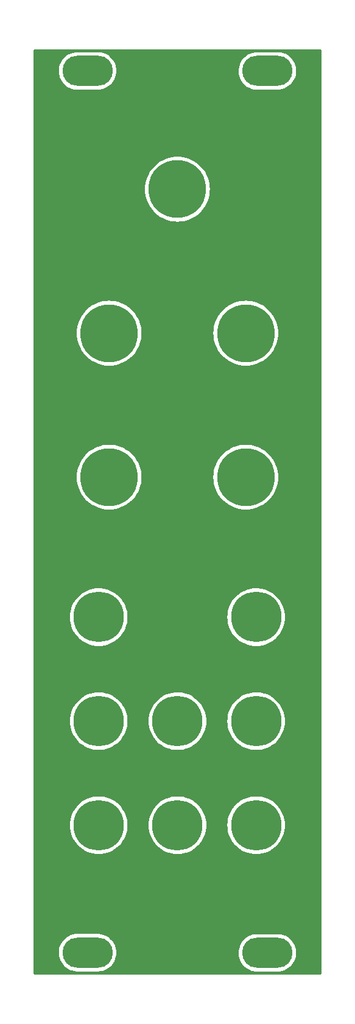
<source format=gbr>
%TF.GenerationSoftware,KiCad,Pcbnew,7.0.10*%
%TF.CreationDate,2024-02-20T22:02:21-06:00*%
%TF.ProjectId,3340_VCO,33333430-5f56-4434-9f2e-6b696361645f,rev?*%
%TF.SameCoordinates,Original*%
%TF.FileFunction,Copper,L1,Top*%
%TF.FilePolarity,Positive*%
%FSLAX46Y46*%
G04 Gerber Fmt 4.6, Leading zero omitted, Abs format (unit mm)*
G04 Created by KiCad (PCBNEW 7.0.10) date 2024-02-20 22:02:21*
%MOMM*%
%LPD*%
G01*
G04 APERTURE LIST*
%TA.AperFunction,WasherPad*%
%ADD10C,7.000000*%
%TD*%
%TA.AperFunction,WasherPad*%
%ADD11C,8.000000*%
%TD*%
%TA.AperFunction,ComponentPad*%
%ADD12O,7.000000X4.200000*%
%TD*%
G04 APERTURE END LIST*
D10*
%TO.P,REF\u002A\u002A,*%
%TO.N,*%
X85060000Y-131384000D03*
%TD*%
D11*
%TO.P,REF\u002A\u002A,*%
%TO.N,*%
X64610000Y-83039000D03*
%TD*%
%TO.P,REF\u002A\u002A,*%
%TO.N,*%
X83610000Y-83039000D03*
%TD*%
D10*
%TO.P,REF\u002A\u002A,*%
%TO.N,*%
X63160000Y-116934000D03*
%TD*%
%TO.P,REF\u002A\u002A,*%
%TO.N,*%
X74110000Y-131384000D03*
%TD*%
%TO.P,REF\u002A\u002A,*%
%TO.N,*%
X63160000Y-102484000D03*
%TD*%
%TO.P,REF\u002A\u002A,*%
%TO.N,*%
X63160000Y-131384000D03*
%TD*%
%TO.P,REF\u002A\u002A,*%
%TO.N,*%
X85060000Y-102484000D03*
%TD*%
D12*
%TO.P,REF\u002A\u002A,*%
%TO.N,*%
X61610000Y-26614000D03*
X61610000Y-149090000D03*
X86615000Y-26614000D03*
X86615000Y-149114000D03*
%TD*%
D11*
%TO.P,REF\u002A\u002A,*%
%TO.N,*%
X83610000Y-63039000D03*
%TD*%
%TO.P,REF\u002A\u002A,*%
%TO.N,*%
X64610000Y-63039000D03*
%TD*%
%TO.P,REF\u002A\u002A,*%
%TO.N,*%
X74110000Y-43039000D03*
%TD*%
D10*
%TO.P,REF\u002A\u002A,*%
%TO.N,*%
X74110000Y-116934000D03*
%TD*%
%TO.P,REF\u002A\u002A,*%
%TO.N,*%
X85060000Y-116934000D03*
%TD*%
%TA.AperFunction,NonConductor*%
G36*
X94052539Y-23634185D02*
G01*
X94098294Y-23686989D01*
X94109500Y-23738500D01*
X94109500Y-151989500D01*
X94089815Y-152056539D01*
X94037011Y-152102294D01*
X93985500Y-152113500D01*
X54234500Y-152113500D01*
X54167461Y-152093815D01*
X54121706Y-152041011D01*
X54110500Y-151989500D01*
X54110500Y-149170236D01*
X57605793Y-149170236D01*
X57635391Y-149489651D01*
X57635392Y-149489657D01*
X57704018Y-149803013D01*
X57786333Y-150036603D01*
X57810634Y-150105564D01*
X57953621Y-150392721D01*
X58130812Y-150660130D01*
X58339522Y-150903737D01*
X58576586Y-151119849D01*
X58576589Y-151119851D01*
X58838405Y-151305187D01*
X58838415Y-151305193D01*
X59121016Y-151456948D01*
X59121022Y-151456950D01*
X59121029Y-151456954D01*
X59282490Y-151519504D01*
X59420144Y-151572832D01*
X59420147Y-151572832D01*
X59420153Y-151572835D01*
X59731251Y-151651079D01*
X59850634Y-151665861D01*
X60049602Y-151690500D01*
X60049607Y-151690500D01*
X63090112Y-151690500D01*
X63090126Y-151690500D01*
X63330178Y-151675694D01*
X63645503Y-151616750D01*
X63951194Y-151519502D01*
X64242618Y-151385426D01*
X64515356Y-151216554D01*
X64765275Y-151015445D01*
X64988585Y-150785148D01*
X65181903Y-150529155D01*
X65342296Y-150251345D01*
X65467334Y-149955931D01*
X65555122Y-149647390D01*
X65604328Y-149330400D01*
X65608523Y-149194236D01*
X82610793Y-149194236D01*
X82640391Y-149513651D01*
X82640392Y-149513657D01*
X82709018Y-149827013D01*
X82754448Y-149955931D01*
X82815634Y-150129564D01*
X82958621Y-150416721D01*
X83135812Y-150684130D01*
X83344522Y-150927737D01*
X83526674Y-151093790D01*
X83555252Y-151119843D01*
X83581586Y-151143849D01*
X83581589Y-151143851D01*
X83843405Y-151329187D01*
X83843415Y-151329193D01*
X84126016Y-151480948D01*
X84126022Y-151480950D01*
X84126029Y-151480954D01*
X84287490Y-151543504D01*
X84425144Y-151596832D01*
X84425147Y-151596832D01*
X84425153Y-151596835D01*
X84736251Y-151675079D01*
X84855634Y-151689861D01*
X85054602Y-151714500D01*
X85054607Y-151714500D01*
X88095112Y-151714500D01*
X88095126Y-151714500D01*
X88335178Y-151699694D01*
X88650503Y-151640750D01*
X88956194Y-151543502D01*
X89247618Y-151409426D01*
X89520356Y-151240554D01*
X89770275Y-151039445D01*
X89993585Y-150809148D01*
X90186903Y-150553155D01*
X90347296Y-150275345D01*
X90472334Y-149979931D01*
X90560122Y-149671390D01*
X90609328Y-149354400D01*
X90619206Y-149033765D01*
X90589608Y-148714347D01*
X90555063Y-148556610D01*
X90520981Y-148400986D01*
X90491974Y-148318671D01*
X90414366Y-148098436D01*
X90271379Y-147811279D01*
X90094188Y-147543870D01*
X89885478Y-147300263D01*
X89716049Y-147145808D01*
X89648420Y-147084156D01*
X89648410Y-147084148D01*
X89386594Y-146898812D01*
X89386584Y-146898806D01*
X89103983Y-146747051D01*
X89103973Y-146747047D01*
X89103971Y-146747046D01*
X89035805Y-146720638D01*
X88804855Y-146631167D01*
X88804851Y-146631166D01*
X88493745Y-146552920D01*
X88175398Y-146513500D01*
X88175393Y-146513500D01*
X85134874Y-146513500D01*
X85082156Y-146516751D01*
X84894824Y-146528305D01*
X84579499Y-146587249D01*
X84579497Y-146587250D01*
X84273814Y-146684495D01*
X84273810Y-146684496D01*
X84273806Y-146684498D01*
X84099928Y-146764494D01*
X83982381Y-146818574D01*
X83709656Y-146987437D01*
X83709636Y-146987451D01*
X83459728Y-147188551D01*
X83236413Y-147418853D01*
X83043095Y-147674847D01*
X82882701Y-147952660D01*
X82757668Y-148248062D01*
X82757660Y-148248086D01*
X82669879Y-148556602D01*
X82669878Y-148556607D01*
X82620672Y-148873592D01*
X82620671Y-148873603D01*
X82610793Y-149194236D01*
X65608523Y-149194236D01*
X65614206Y-149009765D01*
X65584608Y-148690347D01*
X65555319Y-148556610D01*
X65515981Y-148376986D01*
X65470552Y-148248069D01*
X65409366Y-148074436D01*
X65266379Y-147787279D01*
X65089188Y-147519870D01*
X64880478Y-147276263D01*
X64711049Y-147121808D01*
X64643420Y-147060156D01*
X64643410Y-147060148D01*
X64381594Y-146874812D01*
X64381584Y-146874806D01*
X64098983Y-146723051D01*
X64098973Y-146723047D01*
X64098971Y-146723046D01*
X63999467Y-146684498D01*
X63799855Y-146607167D01*
X63799851Y-146607166D01*
X63488745Y-146528920D01*
X63170398Y-146489500D01*
X63170393Y-146489500D01*
X60129874Y-146489500D01*
X60077156Y-146492751D01*
X59889824Y-146504305D01*
X59574499Y-146563249D01*
X59574497Y-146563250D01*
X59268814Y-146660495D01*
X59268810Y-146660496D01*
X59268806Y-146660498D01*
X59094928Y-146740494D01*
X58977381Y-146794574D01*
X58704656Y-146963437D01*
X58704636Y-146963451D01*
X58454728Y-147164551D01*
X58231413Y-147394853D01*
X58038095Y-147650847D01*
X57877701Y-147928660D01*
X57752668Y-148224062D01*
X57752660Y-148224086D01*
X57664879Y-148532602D01*
X57664878Y-148532607D01*
X57615672Y-148849592D01*
X57615671Y-148849603D01*
X57605793Y-149170236D01*
X54110500Y-149170236D01*
X54110500Y-131384000D01*
X59154675Y-131384000D01*
X59173962Y-131776591D01*
X59173962Y-131776597D01*
X59173963Y-131776599D01*
X59231637Y-132165406D01*
X59327143Y-132546684D01*
X59459561Y-132916770D01*
X59459562Y-132916772D01*
X59627620Y-133272100D01*
X59829692Y-133609236D01*
X60063846Y-133924956D01*
X60327807Y-134216192D01*
X60619043Y-134480153D01*
X60619049Y-134480158D01*
X60934761Y-134714306D01*
X60934763Y-134714307D01*
X61271899Y-134916379D01*
X61271902Y-134916380D01*
X61271903Y-134916381D01*
X61627228Y-135084438D01*
X61997316Y-135216857D01*
X62378600Y-135312364D01*
X62767409Y-135370038D01*
X63160000Y-135389325D01*
X63552591Y-135370038D01*
X63941400Y-135312364D01*
X64322684Y-135216857D01*
X64692772Y-135084438D01*
X65048097Y-134916381D01*
X65385239Y-134714306D01*
X65700951Y-134480158D01*
X65992192Y-134216192D01*
X66256158Y-133924951D01*
X66490306Y-133609239D01*
X66692381Y-133272097D01*
X66860438Y-132916772D01*
X66992857Y-132546684D01*
X67088364Y-132165400D01*
X67146038Y-131776591D01*
X67165325Y-131384000D01*
X70104675Y-131384000D01*
X70123962Y-131776591D01*
X70123962Y-131776597D01*
X70123963Y-131776599D01*
X70181637Y-132165406D01*
X70277143Y-132546684D01*
X70409561Y-132916770D01*
X70409562Y-132916772D01*
X70577620Y-133272100D01*
X70779692Y-133609236D01*
X71013846Y-133924956D01*
X71277807Y-134216192D01*
X71569043Y-134480153D01*
X71569049Y-134480158D01*
X71884761Y-134714306D01*
X71884763Y-134714307D01*
X72221899Y-134916379D01*
X72221902Y-134916380D01*
X72221903Y-134916381D01*
X72577228Y-135084438D01*
X72947316Y-135216857D01*
X73328600Y-135312364D01*
X73717409Y-135370038D01*
X74110000Y-135389325D01*
X74502591Y-135370038D01*
X74891400Y-135312364D01*
X75272684Y-135216857D01*
X75642772Y-135084438D01*
X75998097Y-134916381D01*
X76335239Y-134714306D01*
X76650951Y-134480158D01*
X76942192Y-134216192D01*
X77206158Y-133924951D01*
X77440306Y-133609239D01*
X77642381Y-133272097D01*
X77810438Y-132916772D01*
X77942857Y-132546684D01*
X78038364Y-132165400D01*
X78096038Y-131776591D01*
X78115325Y-131384000D01*
X81054675Y-131384000D01*
X81073962Y-131776591D01*
X81073962Y-131776597D01*
X81073963Y-131776599D01*
X81131637Y-132165406D01*
X81227143Y-132546684D01*
X81359561Y-132916770D01*
X81359562Y-132916772D01*
X81527620Y-133272100D01*
X81729692Y-133609236D01*
X81963846Y-133924956D01*
X82227807Y-134216192D01*
X82519043Y-134480153D01*
X82519049Y-134480158D01*
X82834761Y-134714306D01*
X82834763Y-134714307D01*
X83171899Y-134916379D01*
X83171902Y-134916380D01*
X83171903Y-134916381D01*
X83527228Y-135084438D01*
X83897316Y-135216857D01*
X84278600Y-135312364D01*
X84667409Y-135370038D01*
X85060000Y-135389325D01*
X85452591Y-135370038D01*
X85841400Y-135312364D01*
X86222684Y-135216857D01*
X86592772Y-135084438D01*
X86948097Y-134916381D01*
X87285239Y-134714306D01*
X87600951Y-134480158D01*
X87892192Y-134216192D01*
X88156158Y-133924951D01*
X88390306Y-133609239D01*
X88592381Y-133272097D01*
X88760438Y-132916772D01*
X88892857Y-132546684D01*
X88988364Y-132165400D01*
X89046038Y-131776591D01*
X89065325Y-131384000D01*
X89046038Y-130991409D01*
X88988364Y-130602600D01*
X88892857Y-130221316D01*
X88760438Y-129851228D01*
X88592381Y-129495903D01*
X88390306Y-129158761D01*
X88156158Y-128843049D01*
X88156153Y-128843043D01*
X87892192Y-128551807D01*
X87600956Y-128287846D01*
X87285236Y-128053692D01*
X86948100Y-127851620D01*
X86592772Y-127683562D01*
X86592770Y-127683561D01*
X86222684Y-127551143D01*
X85841406Y-127455637D01*
X85841401Y-127455636D01*
X85841400Y-127455636D01*
X85697256Y-127434254D01*
X85452599Y-127397963D01*
X85452597Y-127397962D01*
X85452591Y-127397962D01*
X85060000Y-127378675D01*
X84667409Y-127397962D01*
X84667403Y-127397962D01*
X84667400Y-127397963D01*
X84278593Y-127455637D01*
X83897315Y-127551143D01*
X83527229Y-127683561D01*
X83527227Y-127683562D01*
X83171899Y-127851620D01*
X82834763Y-128053692D01*
X82519043Y-128287846D01*
X82227807Y-128551807D01*
X81963846Y-128843043D01*
X81729692Y-129158763D01*
X81527620Y-129495899D01*
X81359562Y-129851227D01*
X81359561Y-129851229D01*
X81227143Y-130221315D01*
X81131637Y-130602593D01*
X81131636Y-130602600D01*
X81073962Y-130991409D01*
X81054675Y-131384000D01*
X78115325Y-131384000D01*
X78096038Y-130991409D01*
X78038364Y-130602600D01*
X77942857Y-130221316D01*
X77810438Y-129851228D01*
X77642381Y-129495903D01*
X77440306Y-129158761D01*
X77206158Y-128843049D01*
X77206153Y-128843043D01*
X76942192Y-128551807D01*
X76650956Y-128287846D01*
X76335236Y-128053692D01*
X75998100Y-127851620D01*
X75642772Y-127683562D01*
X75642770Y-127683561D01*
X75272684Y-127551143D01*
X74891406Y-127455637D01*
X74891401Y-127455636D01*
X74891400Y-127455636D01*
X74747256Y-127434254D01*
X74502599Y-127397963D01*
X74502597Y-127397962D01*
X74502591Y-127397962D01*
X74110000Y-127378675D01*
X73717409Y-127397962D01*
X73717403Y-127397962D01*
X73717400Y-127397963D01*
X73328593Y-127455637D01*
X72947315Y-127551143D01*
X72577229Y-127683561D01*
X72577227Y-127683562D01*
X72221899Y-127851620D01*
X71884763Y-128053692D01*
X71569043Y-128287846D01*
X71277807Y-128551807D01*
X71013846Y-128843043D01*
X70779692Y-129158763D01*
X70577620Y-129495899D01*
X70409562Y-129851227D01*
X70409561Y-129851229D01*
X70277143Y-130221315D01*
X70181637Y-130602593D01*
X70181636Y-130602600D01*
X70123962Y-130991409D01*
X70104675Y-131384000D01*
X67165325Y-131384000D01*
X67146038Y-130991409D01*
X67088364Y-130602600D01*
X66992857Y-130221316D01*
X66860438Y-129851228D01*
X66692381Y-129495903D01*
X66490306Y-129158761D01*
X66256158Y-128843049D01*
X66256153Y-128843043D01*
X65992192Y-128551807D01*
X65700956Y-128287846D01*
X65385236Y-128053692D01*
X65048100Y-127851620D01*
X64692772Y-127683562D01*
X64692770Y-127683561D01*
X64322684Y-127551143D01*
X63941406Y-127455637D01*
X63941401Y-127455636D01*
X63941400Y-127455636D01*
X63797256Y-127434254D01*
X63552599Y-127397963D01*
X63552597Y-127397962D01*
X63552591Y-127397962D01*
X63160000Y-127378675D01*
X62767409Y-127397962D01*
X62767403Y-127397962D01*
X62767400Y-127397963D01*
X62378593Y-127455637D01*
X61997315Y-127551143D01*
X61627229Y-127683561D01*
X61627227Y-127683562D01*
X61271899Y-127851620D01*
X60934763Y-128053692D01*
X60619043Y-128287846D01*
X60327807Y-128551807D01*
X60063846Y-128843043D01*
X59829692Y-129158763D01*
X59627620Y-129495899D01*
X59459562Y-129851227D01*
X59459561Y-129851229D01*
X59327143Y-130221315D01*
X59231637Y-130602593D01*
X59231636Y-130602600D01*
X59173962Y-130991409D01*
X59154675Y-131384000D01*
X54110500Y-131384000D01*
X54110500Y-116934000D01*
X59154675Y-116934000D01*
X59173962Y-117326591D01*
X59173962Y-117326597D01*
X59173963Y-117326599D01*
X59231637Y-117715406D01*
X59327143Y-118096684D01*
X59459561Y-118466770D01*
X59459562Y-118466772D01*
X59627620Y-118822100D01*
X59829692Y-119159236D01*
X60063846Y-119474956D01*
X60327807Y-119766192D01*
X60619043Y-120030153D01*
X60619049Y-120030158D01*
X60934761Y-120264306D01*
X60934763Y-120264307D01*
X61271899Y-120466379D01*
X61271902Y-120466380D01*
X61271903Y-120466381D01*
X61627228Y-120634438D01*
X61997316Y-120766857D01*
X62378600Y-120862364D01*
X62767409Y-120920038D01*
X63160000Y-120939325D01*
X63552591Y-120920038D01*
X63941400Y-120862364D01*
X64322684Y-120766857D01*
X64692772Y-120634438D01*
X65048097Y-120466381D01*
X65385239Y-120264306D01*
X65700951Y-120030158D01*
X65992192Y-119766192D01*
X66256158Y-119474951D01*
X66490306Y-119159239D01*
X66692381Y-118822097D01*
X66860438Y-118466772D01*
X66992857Y-118096684D01*
X67088364Y-117715400D01*
X67146038Y-117326591D01*
X67165325Y-116934000D01*
X70104675Y-116934000D01*
X70123962Y-117326591D01*
X70123962Y-117326597D01*
X70123963Y-117326599D01*
X70181637Y-117715406D01*
X70277143Y-118096684D01*
X70409561Y-118466770D01*
X70409562Y-118466772D01*
X70577620Y-118822100D01*
X70779692Y-119159236D01*
X71013846Y-119474956D01*
X71277807Y-119766192D01*
X71569043Y-120030153D01*
X71569049Y-120030158D01*
X71884761Y-120264306D01*
X71884763Y-120264307D01*
X72221899Y-120466379D01*
X72221902Y-120466380D01*
X72221903Y-120466381D01*
X72577228Y-120634438D01*
X72947316Y-120766857D01*
X73328600Y-120862364D01*
X73717409Y-120920038D01*
X74110000Y-120939325D01*
X74502591Y-120920038D01*
X74891400Y-120862364D01*
X75272684Y-120766857D01*
X75642772Y-120634438D01*
X75998097Y-120466381D01*
X76335239Y-120264306D01*
X76650951Y-120030158D01*
X76942192Y-119766192D01*
X77206158Y-119474951D01*
X77440306Y-119159239D01*
X77642381Y-118822097D01*
X77810438Y-118466772D01*
X77942857Y-118096684D01*
X78038364Y-117715400D01*
X78096038Y-117326591D01*
X78115325Y-116934000D01*
X81054675Y-116934000D01*
X81073962Y-117326591D01*
X81073962Y-117326597D01*
X81073963Y-117326599D01*
X81131637Y-117715406D01*
X81227143Y-118096684D01*
X81359561Y-118466770D01*
X81359562Y-118466772D01*
X81527620Y-118822100D01*
X81729692Y-119159236D01*
X81963846Y-119474956D01*
X82227807Y-119766192D01*
X82519043Y-120030153D01*
X82519049Y-120030158D01*
X82834761Y-120264306D01*
X82834763Y-120264307D01*
X83171899Y-120466379D01*
X83171902Y-120466380D01*
X83171903Y-120466381D01*
X83527228Y-120634438D01*
X83897316Y-120766857D01*
X84278600Y-120862364D01*
X84667409Y-120920038D01*
X85060000Y-120939325D01*
X85452591Y-120920038D01*
X85841400Y-120862364D01*
X86222684Y-120766857D01*
X86592772Y-120634438D01*
X86948097Y-120466381D01*
X87285239Y-120264306D01*
X87600951Y-120030158D01*
X87892192Y-119766192D01*
X88156158Y-119474951D01*
X88390306Y-119159239D01*
X88592381Y-118822097D01*
X88760438Y-118466772D01*
X88892857Y-118096684D01*
X88988364Y-117715400D01*
X89046038Y-117326591D01*
X89065325Y-116934000D01*
X89046038Y-116541409D01*
X88988364Y-116152600D01*
X88892857Y-115771316D01*
X88760438Y-115401228D01*
X88592381Y-115045903D01*
X88390306Y-114708761D01*
X88156158Y-114393049D01*
X88156153Y-114393043D01*
X87892192Y-114101807D01*
X87600956Y-113837846D01*
X87285236Y-113603692D01*
X86948100Y-113401620D01*
X86592772Y-113233562D01*
X86592770Y-113233561D01*
X86222684Y-113101143D01*
X85841406Y-113005637D01*
X85841401Y-113005636D01*
X85841400Y-113005636D01*
X85697256Y-112984254D01*
X85452599Y-112947963D01*
X85452597Y-112947962D01*
X85452591Y-112947962D01*
X85060000Y-112928675D01*
X84667409Y-112947962D01*
X84667403Y-112947962D01*
X84667400Y-112947963D01*
X84278593Y-113005637D01*
X83897315Y-113101143D01*
X83527229Y-113233561D01*
X83527227Y-113233562D01*
X83171899Y-113401620D01*
X82834763Y-113603692D01*
X82519043Y-113837846D01*
X82227807Y-114101807D01*
X81963846Y-114393043D01*
X81729692Y-114708763D01*
X81527620Y-115045899D01*
X81359562Y-115401227D01*
X81359561Y-115401229D01*
X81227143Y-115771315D01*
X81131637Y-116152593D01*
X81131636Y-116152600D01*
X81073962Y-116541409D01*
X81054675Y-116934000D01*
X78115325Y-116934000D01*
X78096038Y-116541409D01*
X78038364Y-116152600D01*
X77942857Y-115771316D01*
X77810438Y-115401228D01*
X77642381Y-115045903D01*
X77440306Y-114708761D01*
X77206158Y-114393049D01*
X77206153Y-114393043D01*
X76942192Y-114101807D01*
X76650956Y-113837846D01*
X76335236Y-113603692D01*
X75998100Y-113401620D01*
X75642772Y-113233562D01*
X75642770Y-113233561D01*
X75272684Y-113101143D01*
X74891406Y-113005637D01*
X74891401Y-113005636D01*
X74891400Y-113005636D01*
X74747256Y-112984254D01*
X74502599Y-112947963D01*
X74502597Y-112947962D01*
X74502591Y-112947962D01*
X74110000Y-112928675D01*
X73717409Y-112947962D01*
X73717403Y-112947962D01*
X73717400Y-112947963D01*
X73328593Y-113005637D01*
X72947315Y-113101143D01*
X72577229Y-113233561D01*
X72577227Y-113233562D01*
X72221899Y-113401620D01*
X71884763Y-113603692D01*
X71569043Y-113837846D01*
X71277807Y-114101807D01*
X71013846Y-114393043D01*
X70779692Y-114708763D01*
X70577620Y-115045899D01*
X70409562Y-115401227D01*
X70409561Y-115401229D01*
X70277143Y-115771315D01*
X70181637Y-116152593D01*
X70181636Y-116152600D01*
X70123962Y-116541409D01*
X70104675Y-116934000D01*
X67165325Y-116934000D01*
X67146038Y-116541409D01*
X67088364Y-116152600D01*
X66992857Y-115771316D01*
X66860438Y-115401228D01*
X66692381Y-115045903D01*
X66490306Y-114708761D01*
X66256158Y-114393049D01*
X66256153Y-114393043D01*
X65992192Y-114101807D01*
X65700956Y-113837846D01*
X65385236Y-113603692D01*
X65048100Y-113401620D01*
X64692772Y-113233562D01*
X64692770Y-113233561D01*
X64322684Y-113101143D01*
X63941406Y-113005637D01*
X63941401Y-113005636D01*
X63941400Y-113005636D01*
X63797256Y-112984254D01*
X63552599Y-112947963D01*
X63552597Y-112947962D01*
X63552591Y-112947962D01*
X63160000Y-112928675D01*
X62767409Y-112947962D01*
X62767403Y-112947962D01*
X62767400Y-112947963D01*
X62378593Y-113005637D01*
X61997315Y-113101143D01*
X61627229Y-113233561D01*
X61627227Y-113233562D01*
X61271899Y-113401620D01*
X60934763Y-113603692D01*
X60619043Y-113837846D01*
X60327807Y-114101807D01*
X60063846Y-114393043D01*
X59829692Y-114708763D01*
X59627620Y-115045899D01*
X59459562Y-115401227D01*
X59459561Y-115401229D01*
X59327143Y-115771315D01*
X59231637Y-116152593D01*
X59231636Y-116152600D01*
X59173962Y-116541409D01*
X59154675Y-116934000D01*
X54110500Y-116934000D01*
X54110500Y-102484000D01*
X59154675Y-102484000D01*
X59173962Y-102876591D01*
X59173962Y-102876597D01*
X59173963Y-102876599D01*
X59231637Y-103265406D01*
X59327143Y-103646684D01*
X59459561Y-104016770D01*
X59459562Y-104016772D01*
X59627620Y-104372100D01*
X59829692Y-104709236D01*
X60063846Y-105024956D01*
X60327807Y-105316192D01*
X60619043Y-105580153D01*
X60619049Y-105580158D01*
X60934761Y-105814306D01*
X60934763Y-105814307D01*
X61271899Y-106016379D01*
X61271902Y-106016380D01*
X61271903Y-106016381D01*
X61627228Y-106184438D01*
X61997316Y-106316857D01*
X62378600Y-106412364D01*
X62767409Y-106470038D01*
X63160000Y-106489325D01*
X63552591Y-106470038D01*
X63941400Y-106412364D01*
X64322684Y-106316857D01*
X64692772Y-106184438D01*
X65048097Y-106016381D01*
X65385239Y-105814306D01*
X65700951Y-105580158D01*
X65992192Y-105316192D01*
X66256158Y-105024951D01*
X66490306Y-104709239D01*
X66692381Y-104372097D01*
X66860438Y-104016772D01*
X66992857Y-103646684D01*
X67088364Y-103265400D01*
X67146038Y-102876591D01*
X67165325Y-102484000D01*
X81054675Y-102484000D01*
X81073962Y-102876591D01*
X81073962Y-102876597D01*
X81073963Y-102876599D01*
X81131637Y-103265406D01*
X81227143Y-103646684D01*
X81359561Y-104016770D01*
X81359562Y-104016772D01*
X81527620Y-104372100D01*
X81729692Y-104709236D01*
X81963846Y-105024956D01*
X82227807Y-105316192D01*
X82519043Y-105580153D01*
X82519049Y-105580158D01*
X82834761Y-105814306D01*
X82834763Y-105814307D01*
X83171899Y-106016379D01*
X83171902Y-106016380D01*
X83171903Y-106016381D01*
X83527228Y-106184438D01*
X83897316Y-106316857D01*
X84278600Y-106412364D01*
X84667409Y-106470038D01*
X85060000Y-106489325D01*
X85452591Y-106470038D01*
X85841400Y-106412364D01*
X86222684Y-106316857D01*
X86592772Y-106184438D01*
X86948097Y-106016381D01*
X87285239Y-105814306D01*
X87600951Y-105580158D01*
X87892192Y-105316192D01*
X88156158Y-105024951D01*
X88390306Y-104709239D01*
X88592381Y-104372097D01*
X88760438Y-104016772D01*
X88892857Y-103646684D01*
X88988364Y-103265400D01*
X89046038Y-102876591D01*
X89065325Y-102484000D01*
X89046038Y-102091409D01*
X88988364Y-101702600D01*
X88892857Y-101321316D01*
X88760438Y-100951228D01*
X88592381Y-100595903D01*
X88390306Y-100258761D01*
X88156158Y-99943049D01*
X88156153Y-99943043D01*
X87892192Y-99651807D01*
X87600956Y-99387846D01*
X87285236Y-99153692D01*
X86948100Y-98951620D01*
X86592772Y-98783562D01*
X86592770Y-98783561D01*
X86222684Y-98651143D01*
X85841406Y-98555637D01*
X85841401Y-98555636D01*
X85841400Y-98555636D01*
X85697256Y-98534254D01*
X85452599Y-98497963D01*
X85452597Y-98497962D01*
X85452591Y-98497962D01*
X85060000Y-98478675D01*
X84667409Y-98497962D01*
X84667403Y-98497962D01*
X84667400Y-98497963D01*
X84278593Y-98555637D01*
X83897315Y-98651143D01*
X83527229Y-98783561D01*
X83527227Y-98783562D01*
X83171899Y-98951620D01*
X82834763Y-99153692D01*
X82519043Y-99387846D01*
X82227807Y-99651807D01*
X81963846Y-99943043D01*
X81729692Y-100258763D01*
X81527620Y-100595899D01*
X81359562Y-100951227D01*
X81359561Y-100951229D01*
X81227143Y-101321315D01*
X81131637Y-101702593D01*
X81131636Y-101702600D01*
X81073962Y-102091409D01*
X81054675Y-102484000D01*
X67165325Y-102484000D01*
X67146038Y-102091409D01*
X67088364Y-101702600D01*
X66992857Y-101321316D01*
X66860438Y-100951228D01*
X66692381Y-100595903D01*
X66490306Y-100258761D01*
X66256158Y-99943049D01*
X66256153Y-99943043D01*
X65992192Y-99651807D01*
X65700956Y-99387846D01*
X65385236Y-99153692D01*
X65048100Y-98951620D01*
X64692772Y-98783562D01*
X64692770Y-98783561D01*
X64322684Y-98651143D01*
X63941406Y-98555637D01*
X63941401Y-98555636D01*
X63941400Y-98555636D01*
X63797256Y-98534254D01*
X63552599Y-98497963D01*
X63552597Y-98497962D01*
X63552591Y-98497962D01*
X63160000Y-98478675D01*
X62767409Y-98497962D01*
X62767403Y-98497962D01*
X62767400Y-98497963D01*
X62378593Y-98555637D01*
X61997315Y-98651143D01*
X61627229Y-98783561D01*
X61627227Y-98783562D01*
X61271899Y-98951620D01*
X60934763Y-99153692D01*
X60619043Y-99387846D01*
X60327807Y-99651807D01*
X60063846Y-99943043D01*
X59829692Y-100258763D01*
X59627620Y-100595899D01*
X59459562Y-100951227D01*
X59459561Y-100951229D01*
X59327143Y-101321315D01*
X59231637Y-101702593D01*
X59231636Y-101702600D01*
X59173962Y-102091409D01*
X59154675Y-102484000D01*
X54110500Y-102484000D01*
X54110500Y-83039000D01*
X60104693Y-83039000D01*
X60123912Y-83454697D01*
X60123912Y-83454702D01*
X60123913Y-83454707D01*
X60181403Y-83866845D01*
X60181405Y-83866853D01*
X60276679Y-84271933D01*
X60408929Y-84666514D01*
X60577010Y-85047177D01*
X60577020Y-85047198D01*
X60779506Y-85410731D01*
X60779509Y-85410735D01*
X60779511Y-85410739D01*
X61014687Y-85754054D01*
X61014689Y-85754056D01*
X61014696Y-85754066D01*
X61280528Y-86074194D01*
X61280538Y-86074206D01*
X61574794Y-86368462D01*
X61574805Y-86368471D01*
X61894933Y-86634303D01*
X61894939Y-86634307D01*
X61894946Y-86634313D01*
X62238261Y-86869489D01*
X62601812Y-87071985D01*
X62792153Y-87156029D01*
X62982485Y-87240070D01*
X62982488Y-87240071D01*
X62982495Y-87240074D01*
X63377064Y-87372320D01*
X63782152Y-87467596D01*
X64194303Y-87525088D01*
X64610000Y-87544307D01*
X65025697Y-87525088D01*
X65437848Y-87467596D01*
X65842936Y-87372320D01*
X66237505Y-87240074D01*
X66618188Y-87071985D01*
X66981739Y-86869489D01*
X67325054Y-86634313D01*
X67645206Y-86368462D01*
X67939462Y-86074206D01*
X68205313Y-85754054D01*
X68440489Y-85410739D01*
X68642985Y-85047188D01*
X68811074Y-84666505D01*
X68943320Y-84271936D01*
X69038596Y-83866848D01*
X69096088Y-83454697D01*
X69115307Y-83039000D01*
X79104693Y-83039000D01*
X79123912Y-83454697D01*
X79123912Y-83454702D01*
X79123913Y-83454707D01*
X79181403Y-83866845D01*
X79181405Y-83866853D01*
X79276679Y-84271933D01*
X79408929Y-84666514D01*
X79577010Y-85047177D01*
X79577020Y-85047198D01*
X79779506Y-85410731D01*
X79779509Y-85410735D01*
X79779511Y-85410739D01*
X80014687Y-85754054D01*
X80014689Y-85754056D01*
X80014696Y-85754066D01*
X80280528Y-86074194D01*
X80280538Y-86074206D01*
X80574794Y-86368462D01*
X80574805Y-86368471D01*
X80894933Y-86634303D01*
X80894939Y-86634307D01*
X80894946Y-86634313D01*
X81238261Y-86869489D01*
X81601812Y-87071985D01*
X81792153Y-87156029D01*
X81982485Y-87240070D01*
X81982488Y-87240071D01*
X81982495Y-87240074D01*
X82377064Y-87372320D01*
X82782152Y-87467596D01*
X83194303Y-87525088D01*
X83610000Y-87544307D01*
X84025697Y-87525088D01*
X84437848Y-87467596D01*
X84842936Y-87372320D01*
X85237505Y-87240074D01*
X85618188Y-87071985D01*
X85981739Y-86869489D01*
X86325054Y-86634313D01*
X86645206Y-86368462D01*
X86939462Y-86074206D01*
X87205313Y-85754054D01*
X87440489Y-85410739D01*
X87642985Y-85047188D01*
X87811074Y-84666505D01*
X87943320Y-84271936D01*
X88038596Y-83866848D01*
X88096088Y-83454697D01*
X88115307Y-83039000D01*
X88096088Y-82623303D01*
X88038596Y-82211152D01*
X87943320Y-81806064D01*
X87811074Y-81411495D01*
X87642985Y-81030812D01*
X87440489Y-80667261D01*
X87205313Y-80323946D01*
X87205307Y-80323939D01*
X87205303Y-80323933D01*
X86939471Y-80003805D01*
X86939462Y-80003794D01*
X86645206Y-79709538D01*
X86645194Y-79709528D01*
X86325066Y-79443696D01*
X86325056Y-79443689D01*
X86325054Y-79443687D01*
X85981739Y-79208511D01*
X85981735Y-79208509D01*
X85981731Y-79208506D01*
X85618198Y-79006020D01*
X85618177Y-79006010D01*
X85237514Y-78837929D01*
X84842933Y-78705679D01*
X84437853Y-78610405D01*
X84437845Y-78610403D01*
X84025707Y-78552913D01*
X84025702Y-78552912D01*
X84025697Y-78552912D01*
X83610000Y-78533693D01*
X83194303Y-78552912D01*
X83194297Y-78552912D01*
X83194292Y-78552913D01*
X82782154Y-78610403D01*
X82782146Y-78610405D01*
X82377066Y-78705679D01*
X81982485Y-78837929D01*
X81601822Y-79006010D01*
X81601801Y-79006020D01*
X81238268Y-79208506D01*
X81238262Y-79208510D01*
X80894943Y-79443689D01*
X80894933Y-79443696D01*
X80574805Y-79709528D01*
X80574785Y-79709546D01*
X80280546Y-80003785D01*
X80280528Y-80003805D01*
X80014696Y-80323933D01*
X80014689Y-80323943D01*
X79779510Y-80667262D01*
X79779506Y-80667268D01*
X79577020Y-81030801D01*
X79577010Y-81030822D01*
X79408929Y-81411485D01*
X79276679Y-81806066D01*
X79181405Y-82211146D01*
X79181403Y-82211154D01*
X79123913Y-82623292D01*
X79123912Y-82623297D01*
X79123912Y-82623303D01*
X79104693Y-83039000D01*
X69115307Y-83039000D01*
X69096088Y-82623303D01*
X69038596Y-82211152D01*
X68943320Y-81806064D01*
X68811074Y-81411495D01*
X68642985Y-81030812D01*
X68440489Y-80667261D01*
X68205313Y-80323946D01*
X68205307Y-80323939D01*
X68205303Y-80323933D01*
X67939471Y-80003805D01*
X67939462Y-80003794D01*
X67645206Y-79709538D01*
X67645194Y-79709528D01*
X67325066Y-79443696D01*
X67325056Y-79443689D01*
X67325054Y-79443687D01*
X66981739Y-79208511D01*
X66981735Y-79208509D01*
X66981731Y-79208506D01*
X66618198Y-79006020D01*
X66618177Y-79006010D01*
X66237514Y-78837929D01*
X65842933Y-78705679D01*
X65437853Y-78610405D01*
X65437845Y-78610403D01*
X65025707Y-78552913D01*
X65025702Y-78552912D01*
X65025697Y-78552912D01*
X64610000Y-78533693D01*
X64194303Y-78552912D01*
X64194297Y-78552912D01*
X64194292Y-78552913D01*
X63782154Y-78610403D01*
X63782146Y-78610405D01*
X63377066Y-78705679D01*
X62982485Y-78837929D01*
X62601822Y-79006010D01*
X62601801Y-79006020D01*
X62238268Y-79208506D01*
X62238262Y-79208510D01*
X61894943Y-79443689D01*
X61894933Y-79443696D01*
X61574805Y-79709528D01*
X61574785Y-79709546D01*
X61280546Y-80003785D01*
X61280528Y-80003805D01*
X61014696Y-80323933D01*
X61014689Y-80323943D01*
X60779510Y-80667262D01*
X60779506Y-80667268D01*
X60577020Y-81030801D01*
X60577010Y-81030822D01*
X60408929Y-81411485D01*
X60276679Y-81806066D01*
X60181405Y-82211146D01*
X60181403Y-82211154D01*
X60123913Y-82623292D01*
X60123912Y-82623297D01*
X60123912Y-82623303D01*
X60104693Y-83039000D01*
X54110500Y-83039000D01*
X54110500Y-63039000D01*
X60104693Y-63039000D01*
X60123912Y-63454697D01*
X60123912Y-63454702D01*
X60123913Y-63454707D01*
X60181403Y-63866845D01*
X60181405Y-63866853D01*
X60276679Y-64271933D01*
X60408929Y-64666514D01*
X60577010Y-65047177D01*
X60577020Y-65047198D01*
X60779506Y-65410731D01*
X60779509Y-65410735D01*
X60779511Y-65410739D01*
X61014687Y-65754054D01*
X61014689Y-65754056D01*
X61014696Y-65754066D01*
X61280528Y-66074194D01*
X61280538Y-66074206D01*
X61574794Y-66368462D01*
X61574805Y-66368471D01*
X61894933Y-66634303D01*
X61894939Y-66634307D01*
X61894946Y-66634313D01*
X62238261Y-66869489D01*
X62601812Y-67071985D01*
X62792153Y-67156029D01*
X62982485Y-67240070D01*
X62982488Y-67240071D01*
X62982495Y-67240074D01*
X63377064Y-67372320D01*
X63782152Y-67467596D01*
X64194303Y-67525088D01*
X64610000Y-67544307D01*
X65025697Y-67525088D01*
X65437848Y-67467596D01*
X65842936Y-67372320D01*
X66237505Y-67240074D01*
X66618188Y-67071985D01*
X66981739Y-66869489D01*
X67325054Y-66634313D01*
X67645206Y-66368462D01*
X67939462Y-66074206D01*
X68205313Y-65754054D01*
X68440489Y-65410739D01*
X68642985Y-65047188D01*
X68811074Y-64666505D01*
X68943320Y-64271936D01*
X69038596Y-63866848D01*
X69096088Y-63454697D01*
X69115307Y-63039000D01*
X79104693Y-63039000D01*
X79123912Y-63454697D01*
X79123912Y-63454702D01*
X79123913Y-63454707D01*
X79181403Y-63866845D01*
X79181405Y-63866853D01*
X79276679Y-64271933D01*
X79408929Y-64666514D01*
X79577010Y-65047177D01*
X79577020Y-65047198D01*
X79779506Y-65410731D01*
X79779509Y-65410735D01*
X79779511Y-65410739D01*
X80014687Y-65754054D01*
X80014689Y-65754056D01*
X80014696Y-65754066D01*
X80280528Y-66074194D01*
X80280538Y-66074206D01*
X80574794Y-66368462D01*
X80574805Y-66368471D01*
X80894933Y-66634303D01*
X80894939Y-66634307D01*
X80894946Y-66634313D01*
X81238261Y-66869489D01*
X81601812Y-67071985D01*
X81792153Y-67156029D01*
X81982485Y-67240070D01*
X81982488Y-67240071D01*
X81982495Y-67240074D01*
X82377064Y-67372320D01*
X82782152Y-67467596D01*
X83194303Y-67525088D01*
X83610000Y-67544307D01*
X84025697Y-67525088D01*
X84437848Y-67467596D01*
X84842936Y-67372320D01*
X85237505Y-67240074D01*
X85618188Y-67071985D01*
X85981739Y-66869489D01*
X86325054Y-66634313D01*
X86645206Y-66368462D01*
X86939462Y-66074206D01*
X87205313Y-65754054D01*
X87440489Y-65410739D01*
X87642985Y-65047188D01*
X87811074Y-64666505D01*
X87943320Y-64271936D01*
X88038596Y-63866848D01*
X88096088Y-63454697D01*
X88115307Y-63039000D01*
X88096088Y-62623303D01*
X88038596Y-62211152D01*
X87943320Y-61806064D01*
X87811074Y-61411495D01*
X87642985Y-61030812D01*
X87440489Y-60667261D01*
X87205313Y-60323946D01*
X87205307Y-60323939D01*
X87205303Y-60323933D01*
X86939471Y-60003805D01*
X86939462Y-60003794D01*
X86645206Y-59709538D01*
X86645194Y-59709528D01*
X86325066Y-59443696D01*
X86325056Y-59443689D01*
X86325054Y-59443687D01*
X85981739Y-59208511D01*
X85981735Y-59208509D01*
X85981731Y-59208506D01*
X85618198Y-59006020D01*
X85618177Y-59006010D01*
X85237514Y-58837929D01*
X84842933Y-58705679D01*
X84437853Y-58610405D01*
X84437845Y-58610403D01*
X84025707Y-58552913D01*
X84025702Y-58552912D01*
X84025697Y-58552912D01*
X83610000Y-58533693D01*
X83194303Y-58552912D01*
X83194297Y-58552912D01*
X83194292Y-58552913D01*
X82782154Y-58610403D01*
X82782146Y-58610405D01*
X82377066Y-58705679D01*
X81982485Y-58837929D01*
X81601822Y-59006010D01*
X81601801Y-59006020D01*
X81238268Y-59208506D01*
X81238262Y-59208510D01*
X80894943Y-59443689D01*
X80894933Y-59443696D01*
X80574805Y-59709528D01*
X80574785Y-59709546D01*
X80280546Y-60003785D01*
X80280528Y-60003805D01*
X80014696Y-60323933D01*
X80014689Y-60323943D01*
X79779510Y-60667262D01*
X79779506Y-60667268D01*
X79577020Y-61030801D01*
X79577010Y-61030822D01*
X79408929Y-61411485D01*
X79276679Y-61806066D01*
X79181405Y-62211146D01*
X79181403Y-62211154D01*
X79123913Y-62623292D01*
X79123912Y-62623297D01*
X79123912Y-62623303D01*
X79104693Y-63039000D01*
X69115307Y-63039000D01*
X69096088Y-62623303D01*
X69038596Y-62211152D01*
X68943320Y-61806064D01*
X68811074Y-61411495D01*
X68642985Y-61030812D01*
X68440489Y-60667261D01*
X68205313Y-60323946D01*
X68205307Y-60323939D01*
X68205303Y-60323933D01*
X67939471Y-60003805D01*
X67939462Y-60003794D01*
X67645206Y-59709538D01*
X67645194Y-59709528D01*
X67325066Y-59443696D01*
X67325056Y-59443689D01*
X67325054Y-59443687D01*
X66981739Y-59208511D01*
X66981735Y-59208509D01*
X66981731Y-59208506D01*
X66618198Y-59006020D01*
X66618177Y-59006010D01*
X66237514Y-58837929D01*
X65842933Y-58705679D01*
X65437853Y-58610405D01*
X65437845Y-58610403D01*
X65025707Y-58552913D01*
X65025702Y-58552912D01*
X65025697Y-58552912D01*
X64610000Y-58533693D01*
X64194303Y-58552912D01*
X64194297Y-58552912D01*
X64194292Y-58552913D01*
X63782154Y-58610403D01*
X63782146Y-58610405D01*
X63377066Y-58705679D01*
X62982485Y-58837929D01*
X62601822Y-59006010D01*
X62601801Y-59006020D01*
X62238268Y-59208506D01*
X62238262Y-59208510D01*
X61894943Y-59443689D01*
X61894933Y-59443696D01*
X61574805Y-59709528D01*
X61574785Y-59709546D01*
X61280546Y-60003785D01*
X61280528Y-60003805D01*
X61014696Y-60323933D01*
X61014689Y-60323943D01*
X60779510Y-60667262D01*
X60779506Y-60667268D01*
X60577020Y-61030801D01*
X60577010Y-61030822D01*
X60408929Y-61411485D01*
X60276679Y-61806066D01*
X60181405Y-62211146D01*
X60181403Y-62211154D01*
X60123913Y-62623292D01*
X60123912Y-62623297D01*
X60123912Y-62623303D01*
X60104693Y-63039000D01*
X54110500Y-63039000D01*
X54110500Y-43039000D01*
X69604693Y-43039000D01*
X69623912Y-43454697D01*
X69623912Y-43454702D01*
X69623913Y-43454707D01*
X69681403Y-43866845D01*
X69681405Y-43866853D01*
X69776679Y-44271933D01*
X69908929Y-44666514D01*
X70077010Y-45047177D01*
X70077020Y-45047198D01*
X70279506Y-45410731D01*
X70279509Y-45410735D01*
X70279511Y-45410739D01*
X70514687Y-45754054D01*
X70514689Y-45754056D01*
X70514696Y-45754066D01*
X70780528Y-46074194D01*
X70780538Y-46074206D01*
X71074794Y-46368462D01*
X71074805Y-46368471D01*
X71394933Y-46634303D01*
X71394939Y-46634307D01*
X71394946Y-46634313D01*
X71738261Y-46869489D01*
X72101812Y-47071985D01*
X72292153Y-47156029D01*
X72482485Y-47240070D01*
X72482488Y-47240071D01*
X72482495Y-47240074D01*
X72877064Y-47372320D01*
X73282152Y-47467596D01*
X73694303Y-47525088D01*
X74110000Y-47544307D01*
X74525697Y-47525088D01*
X74937848Y-47467596D01*
X75342936Y-47372320D01*
X75737505Y-47240074D01*
X76118188Y-47071985D01*
X76481739Y-46869489D01*
X76825054Y-46634313D01*
X77145206Y-46368462D01*
X77439462Y-46074206D01*
X77705313Y-45754054D01*
X77940489Y-45410739D01*
X78142985Y-45047188D01*
X78311074Y-44666505D01*
X78443320Y-44271936D01*
X78538596Y-43866848D01*
X78596088Y-43454697D01*
X78615307Y-43039000D01*
X78596088Y-42623303D01*
X78538596Y-42211152D01*
X78443320Y-41806064D01*
X78311074Y-41411495D01*
X78142985Y-41030812D01*
X77940489Y-40667261D01*
X77705313Y-40323946D01*
X77705307Y-40323939D01*
X77705303Y-40323933D01*
X77439471Y-40003805D01*
X77439462Y-40003794D01*
X77145206Y-39709538D01*
X77145194Y-39709528D01*
X76825066Y-39443696D01*
X76825056Y-39443689D01*
X76825054Y-39443687D01*
X76481739Y-39208511D01*
X76481735Y-39208509D01*
X76481731Y-39208506D01*
X76118198Y-39006020D01*
X76118177Y-39006010D01*
X75737514Y-38837929D01*
X75342933Y-38705679D01*
X74937853Y-38610405D01*
X74937845Y-38610403D01*
X74525707Y-38552913D01*
X74525702Y-38552912D01*
X74525697Y-38552912D01*
X74110000Y-38533693D01*
X73694303Y-38552912D01*
X73694297Y-38552912D01*
X73694292Y-38552913D01*
X73282154Y-38610403D01*
X73282146Y-38610405D01*
X72877066Y-38705679D01*
X72482485Y-38837929D01*
X72101822Y-39006010D01*
X72101801Y-39006020D01*
X71738268Y-39208506D01*
X71738262Y-39208510D01*
X71394943Y-39443689D01*
X71394933Y-39443696D01*
X71074805Y-39709528D01*
X71074785Y-39709546D01*
X70780546Y-40003785D01*
X70780528Y-40003805D01*
X70514696Y-40323933D01*
X70514689Y-40323943D01*
X70279510Y-40667262D01*
X70279506Y-40667268D01*
X70077020Y-41030801D01*
X70077010Y-41030822D01*
X69908929Y-41411485D01*
X69776679Y-41806066D01*
X69681405Y-42211146D01*
X69681403Y-42211154D01*
X69623913Y-42623292D01*
X69623912Y-42623297D01*
X69623912Y-42623303D01*
X69604693Y-43039000D01*
X54110500Y-43039000D01*
X54110500Y-26694236D01*
X57605793Y-26694236D01*
X57635391Y-27013651D01*
X57635392Y-27013657D01*
X57704018Y-27327013D01*
X57757899Y-27479913D01*
X57810634Y-27629564D01*
X57953621Y-27916721D01*
X58130812Y-28184130D01*
X58339522Y-28427737D01*
X58576586Y-28643849D01*
X58576589Y-28643851D01*
X58838405Y-28829187D01*
X58838415Y-28829193D01*
X59121016Y-28980948D01*
X59121022Y-28980950D01*
X59121029Y-28980954D01*
X59282490Y-29043504D01*
X59420144Y-29096832D01*
X59420147Y-29096832D01*
X59420153Y-29096835D01*
X59731251Y-29175079D01*
X59850634Y-29189861D01*
X60049602Y-29214500D01*
X60049607Y-29214500D01*
X63090112Y-29214500D01*
X63090126Y-29214500D01*
X63330178Y-29199694D01*
X63645503Y-29140750D01*
X63951194Y-29043502D01*
X64242618Y-28909426D01*
X64515356Y-28740554D01*
X64765275Y-28539445D01*
X64988585Y-28309148D01*
X65181903Y-28053155D01*
X65342296Y-27775345D01*
X65467334Y-27479931D01*
X65555122Y-27171390D01*
X65604328Y-26854400D01*
X65609262Y-26694236D01*
X82610793Y-26694236D01*
X82640391Y-27013651D01*
X82640392Y-27013657D01*
X82709018Y-27327013D01*
X82762899Y-27479913D01*
X82815634Y-27629564D01*
X82958621Y-27916721D01*
X83135812Y-28184130D01*
X83344522Y-28427737D01*
X83581586Y-28643849D01*
X83581589Y-28643851D01*
X83843405Y-28829187D01*
X83843415Y-28829193D01*
X84126016Y-28980948D01*
X84126022Y-28980950D01*
X84126029Y-28980954D01*
X84287490Y-29043504D01*
X84425144Y-29096832D01*
X84425147Y-29096832D01*
X84425153Y-29096835D01*
X84736251Y-29175079D01*
X84855634Y-29189861D01*
X85054602Y-29214500D01*
X85054607Y-29214500D01*
X88095112Y-29214500D01*
X88095126Y-29214500D01*
X88335178Y-29199694D01*
X88650503Y-29140750D01*
X88956194Y-29043502D01*
X89247618Y-28909426D01*
X89520356Y-28740554D01*
X89770275Y-28539445D01*
X89993585Y-28309148D01*
X90186903Y-28053155D01*
X90347296Y-27775345D01*
X90472334Y-27479931D01*
X90560122Y-27171390D01*
X90609328Y-26854400D01*
X90619206Y-26533765D01*
X90589608Y-26214347D01*
X90555063Y-26056610D01*
X90520981Y-25900986D01*
X90491974Y-25818671D01*
X90414366Y-25598436D01*
X90271379Y-25311279D01*
X90094188Y-25043870D01*
X89885478Y-24800263D01*
X89716049Y-24645808D01*
X89648420Y-24584156D01*
X89648410Y-24584148D01*
X89386594Y-24398812D01*
X89386584Y-24398806D01*
X89103983Y-24247051D01*
X89103973Y-24247047D01*
X89103971Y-24247046D01*
X89035805Y-24220638D01*
X88804855Y-24131167D01*
X88804851Y-24131166D01*
X88493745Y-24052920D01*
X88175398Y-24013500D01*
X88175393Y-24013500D01*
X85134874Y-24013500D01*
X85082156Y-24016751D01*
X84894824Y-24028305D01*
X84579499Y-24087249D01*
X84579497Y-24087250D01*
X84273814Y-24184495D01*
X84273810Y-24184496D01*
X84273806Y-24184498D01*
X84099928Y-24264494D01*
X83982381Y-24318574D01*
X83709656Y-24487437D01*
X83709636Y-24487451D01*
X83459728Y-24688551D01*
X83236413Y-24918853D01*
X83043095Y-25174847D01*
X82882701Y-25452660D01*
X82757668Y-25748062D01*
X82757660Y-25748086D01*
X82669879Y-26056602D01*
X82669878Y-26056607D01*
X82620672Y-26373592D01*
X82620671Y-26373603D01*
X82610793Y-26694236D01*
X65609262Y-26694236D01*
X65614206Y-26533765D01*
X65584608Y-26214347D01*
X65550063Y-26056610D01*
X65515981Y-25900986D01*
X65486974Y-25818671D01*
X65409366Y-25598436D01*
X65266379Y-25311279D01*
X65089188Y-25043870D01*
X64880478Y-24800263D01*
X64711049Y-24645808D01*
X64643420Y-24584156D01*
X64643410Y-24584148D01*
X64381594Y-24398812D01*
X64381584Y-24398806D01*
X64098983Y-24247051D01*
X64098973Y-24247047D01*
X64098971Y-24247046D01*
X64030805Y-24220638D01*
X63799855Y-24131167D01*
X63799851Y-24131166D01*
X63488745Y-24052920D01*
X63170398Y-24013500D01*
X63170393Y-24013500D01*
X60129874Y-24013500D01*
X60077156Y-24016751D01*
X59889824Y-24028305D01*
X59574499Y-24087249D01*
X59574497Y-24087250D01*
X59268814Y-24184495D01*
X59268810Y-24184496D01*
X59268806Y-24184498D01*
X59094928Y-24264494D01*
X58977381Y-24318574D01*
X58704656Y-24487437D01*
X58704636Y-24487451D01*
X58454728Y-24688551D01*
X58231413Y-24918853D01*
X58038095Y-25174847D01*
X57877701Y-25452660D01*
X57752668Y-25748062D01*
X57752660Y-25748086D01*
X57664879Y-26056602D01*
X57664878Y-26056607D01*
X57615672Y-26373592D01*
X57615671Y-26373603D01*
X57605793Y-26694236D01*
X54110500Y-26694236D01*
X54110500Y-23738500D01*
X54130185Y-23671461D01*
X54182989Y-23625706D01*
X54234500Y-23614500D01*
X93985500Y-23614500D01*
X94052539Y-23634185D01*
G37*
%TD.AperFunction*%
M02*

</source>
